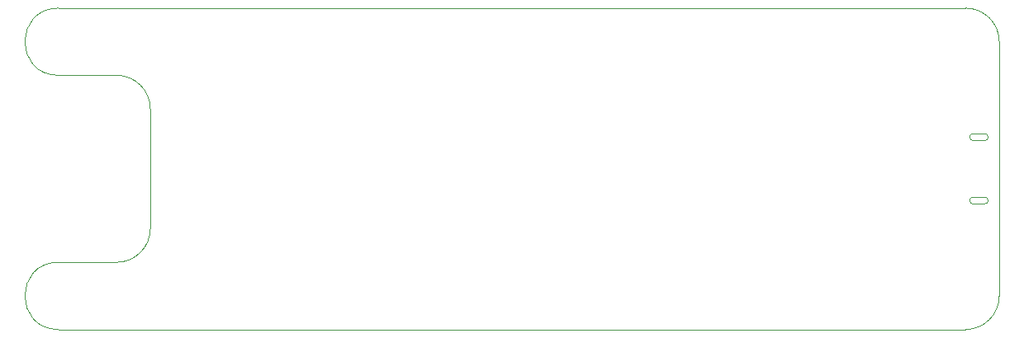
<source format=gbr>
%TF.GenerationSoftware,KiCad,Pcbnew,7.0.2*%
%TF.CreationDate,2024-05-08T22:38:03+07:00*%
%TF.ProjectId,multiport component tester,6d756c74-6970-46f7-9274-20636f6d706f,rev?*%
%TF.SameCoordinates,Original*%
%TF.FileFunction,Profile,NP*%
%FSLAX46Y46*%
G04 Gerber Fmt 4.6, Leading zero omitted, Abs format (unit mm)*
G04 Created by KiCad (PCBNEW 7.0.2) date 2024-05-08 22:38:03*
%MOMM*%
%LPD*%
G01*
G04 APERTURE LIST*
%TA.AperFunction,Profile*%
%ADD10C,0.100000*%
%TD*%
%TA.AperFunction,Profile*%
%ADD11C,0.010000*%
%TD*%
G04 APERTURE END LIST*
D10*
X73670000Y-87290260D02*
X73670000Y-99589740D01*
X64260130Y-103039740D02*
X70220000Y-103039740D01*
X160710000Y-80390000D02*
G75*
G03*
X157260000Y-76940000I-3450000J0D01*
G01*
X64260130Y-83840260D02*
X70220000Y-83840260D01*
X73670040Y-87290260D02*
G75*
G03*
X70220000Y-83840260I-3450040J-40D01*
G01*
X64260130Y-76940000D02*
X157260000Y-76940000D01*
X157260000Y-109940000D02*
X64260130Y-109940000D01*
X64260130Y-103039740D02*
G75*
G03*
X64260130Y-109940000I0J-3450130D01*
G01*
X157260000Y-109940000D02*
G75*
G03*
X160710000Y-106490000I0J3450000D01*
G01*
X70220000Y-103039740D02*
G75*
G03*
X73670000Y-99589740I0J3450000D01*
G01*
X64260130Y-76940000D02*
G75*
G03*
X64260130Y-83840260I0J-3450130D01*
G01*
X160710000Y-80390000D02*
X160710000Y-106490000D01*
D11*
%TO.C,MicroUSB1*%
X158030000Y-89830000D02*
X159220000Y-89830000D01*
X159220000Y-90540000D02*
X158030000Y-90540000D01*
X158030000Y-96340000D02*
X159220000Y-96340000D01*
X159220000Y-97050000D02*
X158030000Y-97050000D01*
X159575000Y-90185000D02*
G75*
G03*
X159220000Y-89830000I-355000J0D01*
G01*
X159220000Y-90540000D02*
G75*
G03*
X159575000Y-90185000I0J355000D01*
G01*
X158030000Y-89830000D02*
G75*
G03*
X157675000Y-90185000I0J-355000D01*
G01*
X157675000Y-90185000D02*
G75*
G03*
X158030000Y-90540000I355000J0D01*
G01*
X159575000Y-96695000D02*
G75*
G03*
X159220000Y-96340000I-355000J0D01*
G01*
X159220000Y-97050000D02*
G75*
G03*
X159575000Y-96695000I0J355000D01*
G01*
X158030000Y-96340000D02*
G75*
G03*
X157675000Y-96695000I0J-355000D01*
G01*
X157675000Y-96695000D02*
G75*
G03*
X158030000Y-97050000I355000J0D01*
G01*
%TD*%
M02*

</source>
